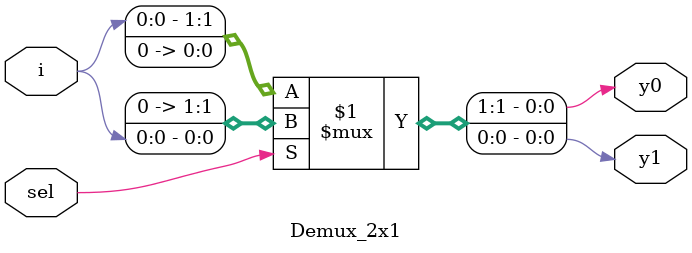
<source format=v>
module Demux_2x1(
    input i,sel,
    output y0,y1
    );
    
    assign {y0,y1} = sel ? {1'b0,i} : {i,1'b0} ;    
    
endmodule
</source>
